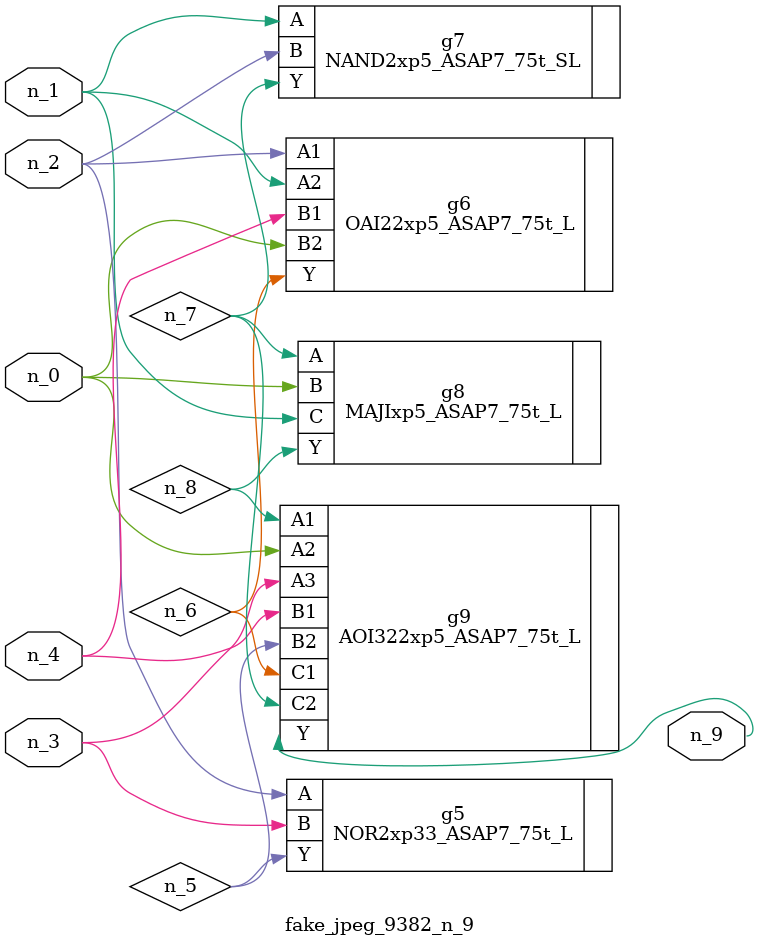
<source format=v>
module fake_jpeg_9382_n_9 (n_3, n_2, n_1, n_0, n_4, n_9);

input n_3;
input n_2;
input n_1;
input n_0;
input n_4;

output n_9;

wire n_8;
wire n_6;
wire n_5;
wire n_7;

NOR2xp33_ASAP7_75t_L g5 ( 
.A(n_2),
.B(n_3),
.Y(n_5)
);

OAI22xp5_ASAP7_75t_L g6 ( 
.A1(n_2),
.A2(n_1),
.B1(n_4),
.B2(n_0),
.Y(n_6)
);

NAND2xp5_ASAP7_75t_SL g7 ( 
.A(n_1),
.B(n_2),
.Y(n_7)
);

MAJIxp5_ASAP7_75t_L g8 ( 
.A(n_7),
.B(n_0),
.C(n_1),
.Y(n_8)
);

AOI322xp5_ASAP7_75t_L g9 ( 
.A1(n_8),
.A2(n_0),
.A3(n_3),
.B1(n_4),
.B2(n_5),
.C1(n_6),
.C2(n_7),
.Y(n_9)
);


endmodule
</source>
